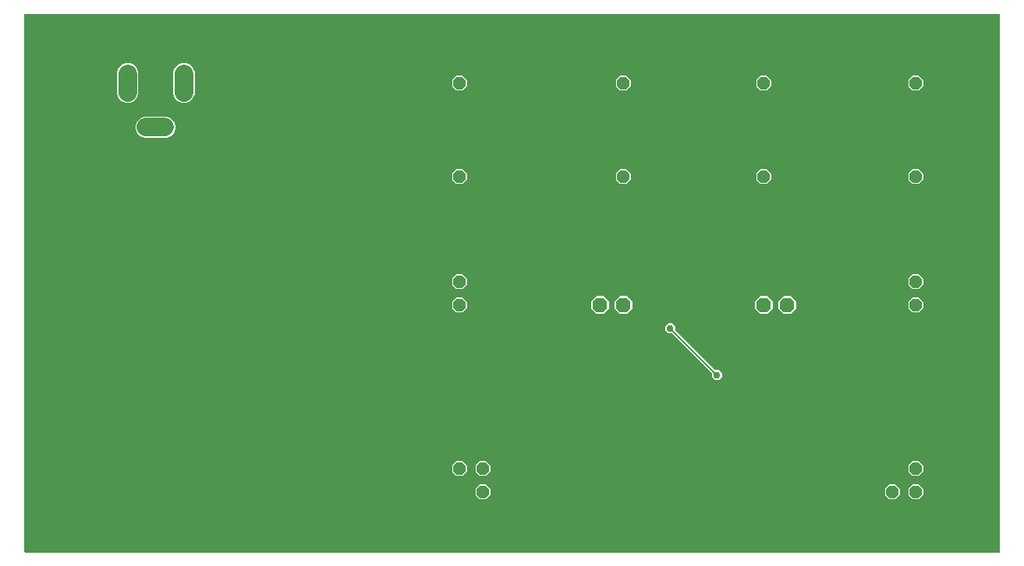
<source format=gbr>
G04 EAGLE Gerber X2 export*
%TF.Part,Single*%
%TF.FileFunction,Copper,L2,Bot,Mixed*%
%TF.FilePolarity,Positive*%
%TF.GenerationSoftware,Autodesk,EAGLE,8.6.0*%
%TF.CreationDate,2018-04-10T05:38:09Z*%
G75*
%MOMM*%
%FSLAX34Y34*%
%LPD*%
%AMOC8*
5,1,8,0,0,1.08239X$1,22.5*%
G01*
%ADD10P,1.732040X8X22.500000*%
%ADD11C,2.000000*%
%ADD12P,1.429621X8X292.500000*%
%ADD13P,1.429621X8X112.500000*%
%ADD14P,1.429621X8X22.500000*%
%ADD15C,0.756400*%
%ADD16C,0.152400*%

G36*
X1068398Y10164D02*
X1068398Y10164D01*
X1068417Y10162D01*
X1068519Y10184D01*
X1068621Y10200D01*
X1068638Y10210D01*
X1068658Y10214D01*
X1068747Y10267D01*
X1068838Y10316D01*
X1068852Y10330D01*
X1068869Y10340D01*
X1068936Y10419D01*
X1069008Y10494D01*
X1069016Y10512D01*
X1069029Y10527D01*
X1069068Y10623D01*
X1069111Y10717D01*
X1069113Y10737D01*
X1069121Y10755D01*
X1069139Y10922D01*
X1069139Y595378D01*
X1069136Y595398D01*
X1069138Y595417D01*
X1069116Y595519D01*
X1069100Y595621D01*
X1069090Y595638D01*
X1069086Y595658D01*
X1069033Y595747D01*
X1068984Y595838D01*
X1068970Y595852D01*
X1068960Y595869D01*
X1068881Y595936D01*
X1068806Y596008D01*
X1068788Y596016D01*
X1068773Y596029D01*
X1068677Y596068D01*
X1068583Y596111D01*
X1068563Y596113D01*
X1068545Y596121D01*
X1068378Y596139D01*
X10922Y596139D01*
X10902Y596136D01*
X10883Y596138D01*
X10781Y596116D01*
X10679Y596100D01*
X10662Y596090D01*
X10642Y596086D01*
X10553Y596033D01*
X10462Y595984D01*
X10448Y595970D01*
X10431Y595960D01*
X10364Y595881D01*
X10292Y595806D01*
X10284Y595788D01*
X10271Y595773D01*
X10232Y595677D01*
X10189Y595583D01*
X10187Y595563D01*
X10179Y595545D01*
X10161Y595378D01*
X10161Y10922D01*
X10164Y10902D01*
X10162Y10883D01*
X10184Y10781D01*
X10200Y10679D01*
X10210Y10662D01*
X10214Y10642D01*
X10267Y10553D01*
X10316Y10462D01*
X10330Y10448D01*
X10340Y10431D01*
X10419Y10364D01*
X10494Y10292D01*
X10512Y10284D01*
X10527Y10271D01*
X10623Y10232D01*
X10717Y10189D01*
X10737Y10187D01*
X10755Y10179D01*
X10922Y10161D01*
X1068378Y10161D01*
X1068398Y10164D01*
G37*
%LPC*%
G36*
X181108Y499175D02*
X181108Y499175D01*
X176872Y500930D01*
X173630Y504172D01*
X171875Y508408D01*
X171875Y532992D01*
X173630Y537228D01*
X176872Y540470D01*
X181108Y542225D01*
X185692Y542225D01*
X189928Y540470D01*
X193170Y537228D01*
X194925Y532992D01*
X194925Y508408D01*
X193170Y504172D01*
X189928Y500930D01*
X185692Y499175D01*
X181108Y499175D01*
G37*
%LPD*%
%LPC*%
G36*
X120108Y499175D02*
X120108Y499175D01*
X115872Y500930D01*
X112630Y504172D01*
X110875Y508408D01*
X110875Y532992D01*
X112630Y537228D01*
X115872Y540470D01*
X120108Y542225D01*
X124692Y542225D01*
X128928Y540470D01*
X132170Y537228D01*
X133925Y532992D01*
X133925Y508408D01*
X132170Y504172D01*
X128928Y500930D01*
X124692Y499175D01*
X120108Y499175D01*
G37*
%LPD*%
%LPC*%
G36*
X140108Y461175D02*
X140108Y461175D01*
X135872Y462930D01*
X132630Y466172D01*
X130875Y470408D01*
X130875Y474992D01*
X132630Y479228D01*
X135872Y482470D01*
X140108Y484225D01*
X164692Y484225D01*
X168928Y482470D01*
X172170Y479228D01*
X173925Y474992D01*
X173925Y470408D01*
X172170Y466172D01*
X168928Y462930D01*
X164692Y461175D01*
X140108Y461175D01*
G37*
%LPD*%
%LPC*%
G36*
X759802Y197893D02*
X759802Y197893D01*
X756693Y201002D01*
X756693Y204957D01*
X756679Y205048D01*
X756671Y205138D01*
X756659Y205168D01*
X756654Y205200D01*
X756611Y205281D01*
X756575Y205365D01*
X756549Y205397D01*
X756538Y205418D01*
X756515Y205440D01*
X756470Y205496D01*
X713496Y248470D01*
X713422Y248523D01*
X713352Y248583D01*
X713322Y248595D01*
X713296Y248614D01*
X713209Y248641D01*
X713124Y248675D01*
X713083Y248679D01*
X713061Y248686D01*
X713029Y248685D01*
X712957Y248693D01*
X709002Y248693D01*
X705893Y251802D01*
X705893Y256198D01*
X709002Y259307D01*
X713398Y259307D01*
X716507Y256198D01*
X716507Y252243D01*
X716513Y252206D01*
X716512Y252199D01*
X716520Y252164D01*
X716521Y252152D01*
X716529Y252062D01*
X716541Y252032D01*
X716546Y252000D01*
X716561Y251971D01*
X716564Y251958D01*
X716593Y251911D01*
X716625Y251835D01*
X716651Y251803D01*
X716662Y251782D01*
X716680Y251765D01*
X716690Y251747D01*
X716706Y251734D01*
X716730Y251704D01*
X759704Y208730D01*
X759778Y208677D01*
X759848Y208617D01*
X759878Y208605D01*
X759904Y208586D01*
X759991Y208559D01*
X760076Y208525D01*
X760117Y208521D01*
X760139Y208514D01*
X760171Y208515D01*
X760243Y208507D01*
X764198Y208507D01*
X767307Y205398D01*
X767307Y201002D01*
X764198Y197893D01*
X759802Y197893D01*
G37*
%LPD*%
%LPC*%
G36*
X834254Y269874D02*
X834254Y269874D01*
X828674Y275454D01*
X828674Y283346D01*
X834254Y288926D01*
X842146Y288926D01*
X847726Y283346D01*
X847726Y275454D01*
X842146Y269874D01*
X834254Y269874D01*
G37*
%LPD*%
%LPC*%
G36*
X808854Y269874D02*
X808854Y269874D01*
X803274Y275454D01*
X803274Y283346D01*
X808854Y288926D01*
X816746Y288926D01*
X822326Y283346D01*
X822326Y275454D01*
X816746Y269874D01*
X808854Y269874D01*
G37*
%LPD*%
%LPC*%
G36*
X656454Y269874D02*
X656454Y269874D01*
X650874Y275454D01*
X650874Y283346D01*
X656454Y288926D01*
X664346Y288926D01*
X669926Y283346D01*
X669926Y275454D01*
X664346Y269874D01*
X656454Y269874D01*
G37*
%LPD*%
%LPC*%
G36*
X631054Y269874D02*
X631054Y269874D01*
X625474Y275454D01*
X625474Y283346D01*
X631054Y288926D01*
X638946Y288926D01*
X644526Y283346D01*
X644526Y275454D01*
X638946Y269874D01*
X631054Y269874D01*
G37*
%LPD*%
%LPC*%
G36*
X974533Y512571D02*
X974533Y512571D01*
X969771Y517333D01*
X969771Y524067D01*
X974533Y528829D01*
X981267Y528829D01*
X986029Y524067D01*
X986029Y517333D01*
X981267Y512571D01*
X974533Y512571D01*
G37*
%LPD*%
%LPC*%
G36*
X809433Y512571D02*
X809433Y512571D01*
X804671Y517333D01*
X804671Y524067D01*
X809433Y528829D01*
X816167Y528829D01*
X820929Y524067D01*
X820929Y517333D01*
X816167Y512571D01*
X809433Y512571D01*
G37*
%LPD*%
%LPC*%
G36*
X657033Y512571D02*
X657033Y512571D01*
X652271Y517333D01*
X652271Y524067D01*
X657033Y528829D01*
X663767Y528829D01*
X668529Y524067D01*
X668529Y517333D01*
X663767Y512571D01*
X657033Y512571D01*
G37*
%LPD*%
%LPC*%
G36*
X479233Y512571D02*
X479233Y512571D01*
X474471Y517333D01*
X474471Y524067D01*
X479233Y528829D01*
X485967Y528829D01*
X490729Y524067D01*
X490729Y517333D01*
X485967Y512571D01*
X479233Y512571D01*
G37*
%LPD*%
%LPC*%
G36*
X974533Y410971D02*
X974533Y410971D01*
X969771Y415733D01*
X969771Y422467D01*
X974533Y427229D01*
X981267Y427229D01*
X986029Y422467D01*
X986029Y415733D01*
X981267Y410971D01*
X974533Y410971D01*
G37*
%LPD*%
%LPC*%
G36*
X809433Y410971D02*
X809433Y410971D01*
X804671Y415733D01*
X804671Y422467D01*
X809433Y427229D01*
X816167Y427229D01*
X820929Y422467D01*
X820929Y415733D01*
X816167Y410971D01*
X809433Y410971D01*
G37*
%LPD*%
%LPC*%
G36*
X657033Y410971D02*
X657033Y410971D01*
X652271Y415733D01*
X652271Y422467D01*
X657033Y427229D01*
X663767Y427229D01*
X668529Y422467D01*
X668529Y415733D01*
X663767Y410971D01*
X657033Y410971D01*
G37*
%LPD*%
%LPC*%
G36*
X479233Y410971D02*
X479233Y410971D01*
X474471Y415733D01*
X474471Y422467D01*
X479233Y427229D01*
X485967Y427229D01*
X490729Y422467D01*
X490729Y415733D01*
X485967Y410971D01*
X479233Y410971D01*
G37*
%LPD*%
%LPC*%
G36*
X974533Y296671D02*
X974533Y296671D01*
X969771Y301433D01*
X969771Y308167D01*
X974533Y312929D01*
X981267Y312929D01*
X986029Y308167D01*
X986029Y301433D01*
X981267Y296671D01*
X974533Y296671D01*
G37*
%LPD*%
%LPC*%
G36*
X479233Y296671D02*
X479233Y296671D01*
X474471Y301433D01*
X474471Y308167D01*
X479233Y312929D01*
X485967Y312929D01*
X490729Y308167D01*
X490729Y301433D01*
X485967Y296671D01*
X479233Y296671D01*
G37*
%LPD*%
%LPC*%
G36*
X974533Y271271D02*
X974533Y271271D01*
X969771Y276033D01*
X969771Y282767D01*
X974533Y287529D01*
X981267Y287529D01*
X986029Y282767D01*
X986029Y276033D01*
X981267Y271271D01*
X974533Y271271D01*
G37*
%LPD*%
%LPC*%
G36*
X479233Y271271D02*
X479233Y271271D01*
X474471Y276033D01*
X474471Y282767D01*
X479233Y287529D01*
X485967Y287529D01*
X490729Y282767D01*
X490729Y276033D01*
X485967Y271271D01*
X479233Y271271D01*
G37*
%LPD*%
%LPC*%
G36*
X974533Y93471D02*
X974533Y93471D01*
X969771Y98233D01*
X969771Y104967D01*
X974533Y109729D01*
X981267Y109729D01*
X986029Y104967D01*
X986029Y98233D01*
X981267Y93471D01*
X974533Y93471D01*
G37*
%LPD*%
%LPC*%
G36*
X504633Y93471D02*
X504633Y93471D01*
X499871Y98233D01*
X499871Y104967D01*
X504633Y109729D01*
X511367Y109729D01*
X516129Y104967D01*
X516129Y98233D01*
X511367Y93471D01*
X504633Y93471D01*
G37*
%LPD*%
%LPC*%
G36*
X479233Y93471D02*
X479233Y93471D01*
X474471Y98233D01*
X474471Y104967D01*
X479233Y109729D01*
X485967Y109729D01*
X490729Y104967D01*
X490729Y98233D01*
X485967Y93471D01*
X479233Y93471D01*
G37*
%LPD*%
%LPC*%
G36*
X974533Y68071D02*
X974533Y68071D01*
X969771Y72833D01*
X969771Y79567D01*
X974533Y84329D01*
X981267Y84329D01*
X986029Y79567D01*
X986029Y72833D01*
X981267Y68071D01*
X974533Y68071D01*
G37*
%LPD*%
%LPC*%
G36*
X949133Y68071D02*
X949133Y68071D01*
X944371Y72833D01*
X944371Y79567D01*
X949133Y84329D01*
X955867Y84329D01*
X960629Y79567D01*
X960629Y72833D01*
X955867Y68071D01*
X949133Y68071D01*
G37*
%LPD*%
%LPC*%
G36*
X504633Y68071D02*
X504633Y68071D01*
X499871Y72833D01*
X499871Y79567D01*
X504633Y84329D01*
X511367Y84329D01*
X516129Y79567D01*
X516129Y72833D01*
X511367Y68071D01*
X504633Y68071D01*
G37*
%LPD*%
D10*
X635000Y279400D03*
X660400Y279400D03*
X812800Y279400D03*
X838200Y279400D03*
D11*
X183400Y510700D02*
X183400Y530700D01*
X122400Y530700D02*
X122400Y510700D01*
X142400Y472700D02*
X162400Y472700D01*
D12*
X482600Y304800D03*
X482600Y279400D03*
X977900Y304800D03*
X977900Y279400D03*
D13*
X482600Y419100D03*
X482600Y520700D03*
X660400Y419100D03*
X660400Y520700D03*
X812800Y419100D03*
X812800Y520700D03*
X977900Y419100D03*
X977900Y520700D03*
D14*
X952500Y76200D03*
X977900Y76200D03*
X977900Y101600D03*
D13*
X508000Y76200D03*
X508000Y101600D03*
X482600Y101600D03*
D15*
X762000Y203200D03*
D16*
X711200Y254000D01*
D15*
X711200Y254000D03*
M02*

</source>
